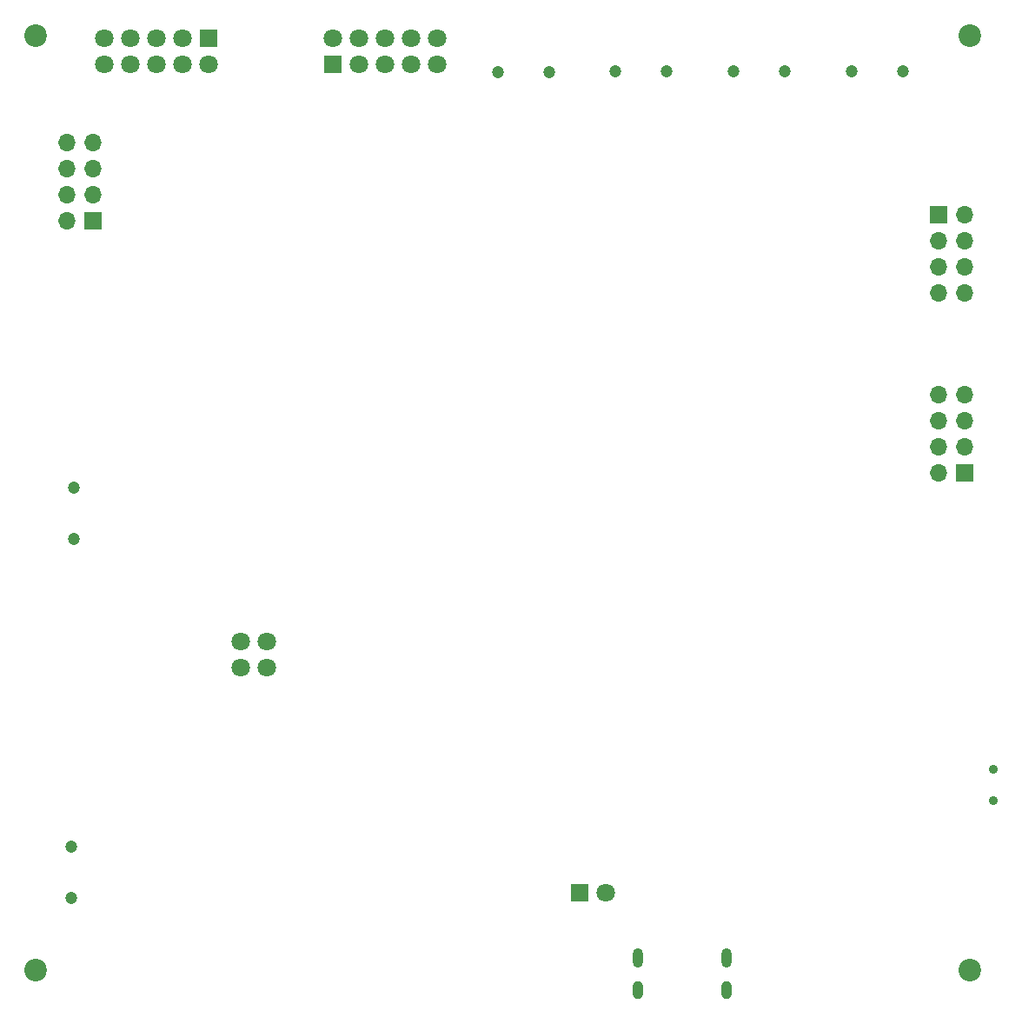
<source format=gbs>
G04 #@! TF.GenerationSoftware,KiCad,Pcbnew,8.0.5*
G04 #@! TF.CreationDate,2024-12-21T22:20:06-05:00*
G04 #@! TF.ProjectId,stm-midi-poc1,73746d2d-6d69-4646-992d-706f63312e6b,1*
G04 #@! TF.SameCoordinates,Original*
G04 #@! TF.FileFunction,Soldermask,Bot*
G04 #@! TF.FilePolarity,Negative*
%FSLAX46Y46*%
G04 Gerber Fmt 4.6, Leading zero omitted, Abs format (unit mm)*
G04 Created by KiCad (PCBNEW 8.0.5) date 2024-12-21 22:20:06*
%MOMM*%
%LPD*%
G01*
G04 APERTURE LIST*
%ADD10C,1.800000*%
%ADD11C,1.200000*%
%ADD12R,1.700000X1.700000*%
%ADD13O,1.700000X1.700000*%
%ADD14R,1.800000X1.800000*%
%ADD15C,0.900000*%
%ADD16C,2.200000*%
%ADD17O,1.000000X1.900000*%
%ADD18O,1.000000X1.800000*%
G04 APERTURE END LIST*
D10*
X131480000Y-102520000D03*
X131480000Y-99980000D03*
X134020000Y-102520000D03*
X134020000Y-99980000D03*
D11*
X167991181Y-44478476D03*
X172991181Y-44478476D03*
D12*
X199452646Y-58394637D03*
D13*
X201992646Y-58394637D03*
X199452646Y-60934637D03*
X201992646Y-60934637D03*
X199452646Y-63474637D03*
X201992646Y-63474637D03*
X199452646Y-66014637D03*
X201992646Y-66014637D03*
D14*
X128330000Y-41250000D03*
D10*
X128330000Y-43790000D03*
X125790000Y-41250000D03*
X125790000Y-43790000D03*
X123250000Y-41250000D03*
X123250000Y-43790000D03*
X120710000Y-41250000D03*
X120710000Y-43790000D03*
X118170000Y-41250000D03*
X118170000Y-43790000D03*
D15*
X204821181Y-115478476D03*
X204821181Y-112478476D03*
D11*
X114991181Y-125000000D03*
X114991181Y-120000000D03*
D16*
X202491181Y-131978476D03*
D11*
X115241181Y-90000000D03*
X115241181Y-85000000D03*
D12*
X202000000Y-83580000D03*
D13*
X199460000Y-83580000D03*
X202000000Y-81040000D03*
X199460000Y-81040000D03*
X202000000Y-78500000D03*
X199460000Y-78500000D03*
X202000000Y-75960000D03*
X199460000Y-75960000D03*
D17*
X170170000Y-130783476D03*
X178830000Y-130783476D03*
D18*
X178830000Y-133973476D03*
X170170000Y-133973476D03*
D14*
X164480000Y-124500000D03*
D10*
X167020000Y-124500000D03*
D14*
X140420000Y-43770000D03*
D10*
X140420000Y-41230000D03*
X142960000Y-43770000D03*
X142960000Y-41230000D03*
X145500000Y-43770000D03*
X145500000Y-41230000D03*
X148040000Y-43770000D03*
X148040000Y-41230000D03*
X150580000Y-43770000D03*
X150580000Y-41230000D03*
D16*
X111491179Y-131978478D03*
D11*
X190991181Y-44478472D03*
X195991181Y-44478472D03*
D12*
X117040000Y-59040000D03*
D13*
X114500000Y-59040000D03*
X117040000Y-56500000D03*
X114500000Y-56500000D03*
X117040000Y-53960000D03*
X114500000Y-53960000D03*
X117040000Y-51420000D03*
X114500000Y-51420000D03*
D11*
X156491181Y-44525976D03*
X161491181Y-44525976D03*
X179491181Y-44493096D03*
X184491181Y-44493096D03*
D16*
X202491181Y-40978476D03*
X111491181Y-40978476D03*
M02*

</source>
